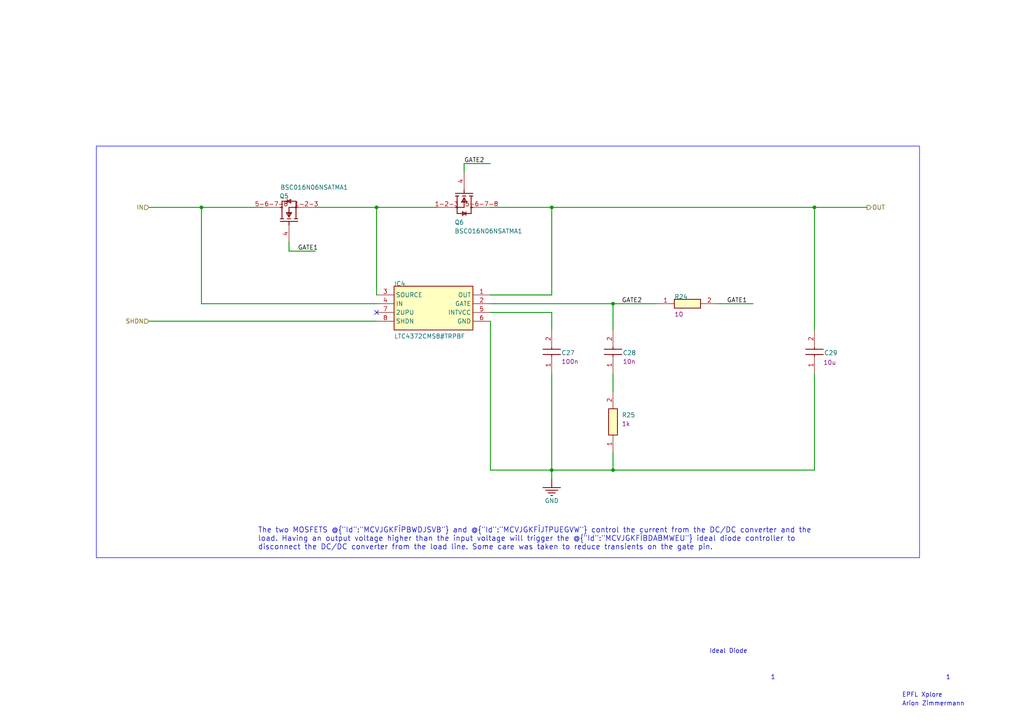
<source format=kicad_sch>
(kicad_sch (version 20230121) (generator eeschema)
  (paper "A4")
  (lib_symbols
    (symbol "Module-altium-import:GND_Style4" (power)
      (property "Reference" "#PWR" (at 0 0 0))
      (property "Value" "GND" (at 0 6.35 0))
      (symbol "GND_Style4_0_0"
        (polyline (pts (xy -2.54 -2.54) (xy 2.54 -2.54)) (stroke (width 0.254)))
        (polyline (pts (xy -1.778 -3.302) (xy 1.778 -3.302)) (stroke (width 0.254)))
        (polyline (pts (xy -1.016 -4.064) (xy 1.016 -4.064)) (stroke (width 0.254)))
        (polyline (pts (xy -0.254 -4.826) (xy 0.254 -4.826)) (stroke (width 0.254)))
        (polyline (pts (xy 0 0) (xy 0 -2.54)) (stroke (width 0.254)))
        (pin power_in line (at 0 0 0) (length 0) hide (name "GND") (number ""))
      )
    )
    (symbol "Module-altium-import:IdealDiode_0_CRCW0603100RFKEBC"
      (symbol "IdealDiode_0_CRCW0603100RFKEBC_1_0"
        (rectangle (start 12.7 1.27) (end 5.08 -1.27) (stroke (width 0.254)) (fill (type background)))
        (pin passive line (at 0 0 0) (length 5.08) (name "1") (number "1"))
        (pin passive line (at 17.78 0 180) (length 5.08) (name "2") (number "2"))
      )
    )
    (symbol "Module-altium-import:IdealDiode_0_LTC4372CMS8#TRPBF"
      (symbol "IdealDiode_0_LTC4372CMS8#TRPBF_1_0"
        (rectangle (start 27.94 2.54) (end 5.08 -10.16) (stroke (width 0.254)) (fill (type background)))
        (pin passive line (at 33.02 0 180) (length 5.08) (name "OUT") (number "1"))
        (pin passive line (at 33.02 -2.54 180) (length 5.08) (name "GATE") (number "2"))
        (pin passive line (at 0 0 0) (length 5.08) (name "SOURCE") (number "3"))
        (pin passive line (at 0 -2.54 0) (length 5.08) (name "IN") (number "4"))
        (pin passive line (at 33.02 -5.08 180) (length 5.08) (name "INTVCC") (number "5"))
        (pin passive line (at 33.02 -7.62 180) (length 5.08) (name "GND") (number "6"))
        (pin passive line (at 0 -5.08 0) (length 5.08) (name "2UPU") (number "7"))
        (pin passive line (at 0 -7.62 0) (length 5.08) (name "SHDN") (number "8"))
      )
    )
    (symbol "Module-altium-import:IdealDiode_1_1b0cff3a23bd3632373e77d40b07099"
      (symbol "IdealDiode_1_1b0cff3a23bd3632373e77d40b07099_1_0"
        (circle (center -2.032 10.16) (radius 0.254) (stroke (width 0.0001)))
        (polyline (pts (xy -2.032 6.858) (xy -2.032 10.16)) (stroke (width 0.254)))
        (polyline (pts (xy -2.032 10.16) (xy -2.54 10.16)) (stroke (width 0.254)))
        (polyline (pts (xy -2.032 11.938) (xy -2.032 10.16)) (stroke (width 0.254)))
        (polyline (pts (xy -1.524 6.858) (xy -2.54 6.858)) (stroke (width 0.254)))
        (polyline (pts (xy -0.762 8.636) (xy 0.762 8.636)) (stroke (width 0.254)))
        (polyline (pts (xy -0.508 6.858) (xy 0.508 6.858)) (stroke (width 0.254)))
        (polyline (pts (xy -0.508 11.938) (xy -0.508 11.43)) (stroke (width 0.254)))
        (polyline (pts (xy -0.508 11.938) (xy -0.508 12.446)) (stroke (width 0.254)))
        (polyline (pts (xy -0.508 11.938) (xy 0.508 11.43)) (stroke (width 0.254)))
        (polyline (pts (xy -0.254 8.382) (xy 0.508 8.382)) (stroke (width 0.254)))
        (polyline (pts (xy 0 6.096) (xy 0 5.08)) (stroke (width 0.254)))
        (polyline (pts (xy 0 7.366) (xy -0.762 8.636)) (stroke (width 0.254)))
        (polyline (pts (xy 0 7.366) (xy 0.762 8.636)) (stroke (width 0.254)))
        (polyline (pts (xy 0 7.62) (xy 0 10.16)) (stroke (width 0.254)))
        (polyline (pts (xy 0 10.16) (xy 2.54 10.16)) (stroke (width 0.254)))
        (polyline (pts (xy 0.508 11.43) (xy 0.508 12.446)) (stroke (width 0.254)))
        (polyline (pts (xy 0.508 12.446) (xy -0.508 11.938)) (stroke (width 0.254)))
        (polyline (pts (xy 1.524 6.858) (xy 2.54 6.858)) (stroke (width 0.254)))
        (polyline (pts (xy 2.032 6.858) (xy 2.032 10.16)) (stroke (width 0.254)))
        (polyline (pts (xy 2.032 10.16) (xy 2.032 11.938)) (stroke (width 0.254)))
        (polyline (pts (xy 2.032 11.938) (xy -2.032 11.938)) (stroke (width 0.254)))
        (polyline (pts (xy 2.54 6.096) (xy -2.54 6.096)) (stroke (width 0.254)))
        (circle (center 2.032 10.16) (radius 0.254) (stroke (width 0.0001)))
        (pin passive line (at 7.62 10.16 180) (length 5.08) (name "S") (number "1-2-3"))
        (pin passive line (at 0 0 90) (length 5.08) (name "G") (number "4"))
        (pin passive line (at -7.62 10.16 0) (length 5.08) (name "D") (number "5-6-7-8"))
      )
    )
    (symbol "Module-altium-import:IdealDiode_1_C0603C104K5RACTU"
      (symbol "IdealDiode_1_C0603C104K5RACTU_1_0"
        (polyline (pts (xy -2.54 5.588) (xy 2.54 5.588)) (stroke (width 0.254)))
        (polyline (pts (xy -2.54 7.112) (xy 2.54 7.112)) (stroke (width 0.254)))
        (polyline (pts (xy 0 5.08) (xy 0 5.588)) (stroke (width 0.254)))
        (polyline (pts (xy 0 7.112) (xy 0 7.62)) (stroke (width 0.254)))
        (pin passive line (at 0 0 90) (length 5.08) (name "1") (number "1"))
        (pin passive line (at 0 12.7 270) (length 5.08) (name "2") (number "2"))
      )
    )
    (symbol "Module-altium-import:IdealDiode_1_C3225X7R2A106K250AC"
      (symbol "IdealDiode_1_C3225X7R2A106K250AC_1_0"
        (polyline (pts (xy -2.54 5.588) (xy 2.54 5.588)) (stroke (width 0.254)))
        (polyline (pts (xy -2.54 7.112) (xy 2.54 7.112)) (stroke (width 0.254)))
        (polyline (pts (xy 0 5.08) (xy 0 5.588)) (stroke (width 0.254)))
        (polyline (pts (xy 0 7.112) (xy 0 7.62)) (stroke (width 0.254)))
        (pin passive line (at 0 0 90) (length 5.08) (name "1") (number "1"))
        (pin passive line (at 0 12.7 270) (length 5.08) (name "2") (number "2"))
      )
    )
    (symbol "Module-altium-import:IdealDiode_1_CRCW0603100RFKEBC"
      (symbol "IdealDiode_1_CRCW0603100RFKEBC_1_0"
        (rectangle (start 1.27 12.7) (end -1.27 5.08) (stroke (width 0.254)) (fill (type background)))
        (pin passive line (at 0 0 90) (length 5.08) (name "1") (number "1"))
        (pin passive line (at 0 17.78 270) (length 5.08) (name "2") (number "2"))
      )
    )
    (symbol "Module-altium-import:IdealDiode_3_1b0cff3a23bd3632373e77d40b07099"
      (symbol "IdealDiode_3_1b0cff3a23bd3632373e77d40b07099_1_0"
        (circle (center -2.032 -10.16) (radius 0.254) (stroke (width 0.0001)))
        (polyline (pts (xy -2.54 -6.096) (xy 2.54 -6.096)) (stroke (width 0.254)))
        (polyline (pts (xy -2.032 -11.938) (xy 2.032 -11.938)) (stroke (width 0.254)))
        (polyline (pts (xy -2.032 -10.16) (xy -2.032 -11.938)) (stroke (width 0.254)))
        (polyline (pts (xy -2.032 -6.858) (xy -2.032 -10.16)) (stroke (width 0.254)))
        (polyline (pts (xy -1.524 -6.858) (xy -2.54 -6.858)) (stroke (width 0.254)))
        (polyline (pts (xy -0.508 -12.446) (xy 0.508 -11.938)) (stroke (width 0.254)))
        (polyline (pts (xy -0.508 -11.43) (xy -0.508 -12.446)) (stroke (width 0.254)))
        (polyline (pts (xy 0 -10.16) (xy -2.54 -10.16)) (stroke (width 0.254)))
        (polyline (pts (xy 0 -7.62) (xy 0 -10.16)) (stroke (width 0.254)))
        (polyline (pts (xy 0 -7.366) (xy -0.762 -8.636)) (stroke (width 0.254)))
        (polyline (pts (xy 0 -7.366) (xy 0.762 -8.636)) (stroke (width 0.254)))
        (polyline (pts (xy 0 -6.096) (xy 0 -5.08)) (stroke (width 0.254)))
        (polyline (pts (xy 0.254 -8.382) (xy -0.508 -8.382)) (stroke (width 0.254)))
        (polyline (pts (xy 0.508 -11.938) (xy -0.508 -11.43)) (stroke (width 0.254)))
        (polyline (pts (xy 0.508 -11.938) (xy 0.508 -12.446)) (stroke (width 0.254)))
        (polyline (pts (xy 0.508 -11.938) (xy 0.508 -11.43)) (stroke (width 0.254)))
        (polyline (pts (xy 0.508 -6.858) (xy -0.508 -6.858)) (stroke (width 0.254)))
        (polyline (pts (xy 0.762 -8.636) (xy -0.762 -8.636)) (stroke (width 0.254)))
        (polyline (pts (xy 1.524 -6.858) (xy 2.54 -6.858)) (stroke (width 0.254)))
        (polyline (pts (xy 2.032 -11.938) (xy 2.032 -10.16)) (stroke (width 0.254)))
        (polyline (pts (xy 2.032 -10.16) (xy 2.54 -10.16)) (stroke (width 0.254)))
        (polyline (pts (xy 2.032 -6.858) (xy 2.032 -10.16)) (stroke (width 0.254)))
        (circle (center 2.032 -10.16) (radius 0.254) (stroke (width 0.0001)))
        (pin passive line (at -7.62 -10.16 0) (length 5.08) (name "S") (number "1-2-3"))
        (pin passive line (at 0 0 270) (length 5.08) (name "G") (number "4"))
        (pin passive line (at 7.62 -10.16 180) (length 5.08) (name "D") (number "5-6-7-8"))
      )
    )
  )
  (junction (at 160.02 136.3472))
  (junction (at 177.8 136.3472))
  (junction (at 109.22 60.1472))
  (junction (at 58.42 60.1472))
  (junction (at 160.02 60.1472))
  (junction (at 236.22 60.1472))
  (junction (at 177.8 88.0872))
  (no_connect (at 109.22 90.6272))
  (wire (pts (xy 160.02 60.1472) (xy 160.02 85.5472)) (stroke (width 0.254)))
  (wire (pts (xy 142.24 90.6272) (xy 160.02 90.6272)) (stroke (width 0.254)))
  (wire (pts (xy 134.62 47.4472) (xy 142.24 47.4472)) (stroke (width 0.254)))
  (wire (pts (xy 127 60.1472) (xy 109.22 60.1472)) (stroke (width 0.254)))
  (wire (pts (xy 177.8 88.0872) (xy 177.8 95.7072)) (stroke (width 0.254)))
  (wire (pts (xy 177.8 88.0872) (xy 190.5 88.0872)) (stroke (width 0.254)))
  (wire (pts (xy 160.02 85.5472) (xy 142.24 85.5472)) (stroke (width 0.254)))
  (wire (pts (xy 83.82 70.3072) (xy 83.82 72.8472)) (stroke (width 0.254)))
  (wire (pts (xy 109.22 85.5472) (xy 109.22 60.1472)) (stroke (width 0.254)))
  (wire (pts (xy 208.28 88.0872) (xy 218.44 88.0872)) (stroke (width 0.254)))
  (wire (pts (xy 58.42 60.1472) (xy 76.2 60.1472)) (stroke (width 0.254)))
  (wire (pts (xy 142.24 136.3472) (xy 142.24 93.1672)) (stroke (width 0.254)))
  (wire (pts (xy 160.02 138.8872) (xy 160.02 136.3472)) (stroke (width 0.254)))
  (wire (pts (xy 160.02 136.3472) (xy 142.24 136.3472)) (stroke (width 0.254)))
  (wire (pts (xy 83.82 72.8472) (xy 91.44 72.8472)) (stroke (width 0.254)))
  (wire (pts (xy 236.22 60.1472) (xy 251.46 60.1472)) (stroke (width 0.254)))
  (wire (pts (xy 236.22 136.3472) (xy 177.8 136.3472)) (stroke (width 0.254)))
  (wire (pts (xy 236.22 108.4072) (xy 236.22 136.3472)) (stroke (width 0.254)))
  (wire (pts (xy 177.8 108.4072) (xy 177.8 113.4872)) (stroke (width 0.254)))
  (wire (pts (xy 109.22 88.0872) (xy 58.42 88.0872)) (stroke (width 0.254)))
  (wire (pts (xy 109.22 60.1472) (xy 91.44 60.1472)) (stroke (width 0.254)))
  (wire (pts (xy 177.8 131.2672) (xy 177.8 136.3472)) (stroke (width 0.254)))
  (wire (pts (xy 43.18 60.1472) (xy 58.42 60.1472)) (stroke (width 0.254)))
  (wire (pts (xy 134.62 49.9872) (xy 134.62 47.4472)) (stroke (width 0.254)))
  (wire (pts (xy 177.8 136.3472) (xy 160.02 136.3472)) (stroke (width 0.254)))
  (wire (pts (xy 160.02 90.6272) (xy 160.02 95.7072)) (stroke (width 0.254)))
  (wire (pts (xy 160.02 108.4072) (xy 160.02 136.3472)) (stroke (width 0.254)))
  (wire (pts (xy 58.42 88.0872) (xy 58.42 60.1472)) (stroke (width 0.254)))
  (wire (pts (xy 142.24 88.0872) (xy 177.8 88.0872)) (stroke (width 0.254)))
  (wire (pts (xy 160.02 60.1472) (xy 236.22 60.1472)) (stroke (width 0.254)))
  (wire (pts (xy 236.22 95.7072) (xy 236.22 60.1472)) (stroke (width 0.254)))
  (wire (pts (xy 142.24 60.1472) (xy 160.02 60.1472)) (stroke (width 0.254)))
  (wire (pts (xy 43.18 93.1672) (xy 109.22 93.1672)) (stroke (width 0.254)))
  (rectangle (start 266.7 42.3672) (end 27.94 161.7472) (stroke (width 0) (color 0 0 255 1)))
  (text_box "The two MOSFETS @{\"Id\":\"MCVJGKF~{I}PBWDJSVB\"} and @{\"Id\":\"MCVJGKF~{I}JTPUEGVW\"} control the current from the DC/DC converter and the load. Having an output voltage higher than the input voltage will trigger the @{\"Id\":\"MCVJGKF~{I}BDABMWEU\"} ideal diode controller to disconnect the DC/DC converter from the load line. Some care was taken to reduce transients on the gate pin." (at 238.76 151.5872 0) (size -165.1 12.7) (stroke (width -0.0001) (color 0 0 0 1)) (effects (font (size 1.524 1.524)) (justify left top)))
  (text "Ideal Diode" (at 205.74 189.6872 0) (effects (font (size 1.27 1.27)) (justify left bottom)))
  (text "EPFL Xplore" (at 261.62 202.3872 0) (effects (font (size 1.27 1.27)) (justify left bottom)))
  (text "Arion Zimmermann" (at 261.62 204.9272 0) (effects (font (size 1.27 1.27)) (justify left bottom)))
  (text "1" (at 274.32 197.3072 0) (effects (font (size 1.27 1.27)) (justify left bottom)))
  (text "1" (at 223.52 197.3072 0) (effects (font (size 1.27 1.27)) (justify left bottom)))
  (label "GATE1" (at 210.82 88.0872 180))
  (label "GATE2" (at 134.62 47.4472 180))
  (label "GATE2" (at 180.34 88.0872 180))
  (label "GATE1" (at 86.36 72.8472 180))
  (hierarchical_label "IN" (shape input) (at 43.18 60.1472 180))
  (hierarchical_label "SHDN" (shape input) (at 43.18 93.1672 180))
  (hierarchical_label "OUT" (shape output) (at 251.46 60.1472 0))
  (symbol (lib_id "Module-altium-import:GND_Style4") (at 160.02 138.8872 0) (unit 1)
    (property "Reference" "#PWR?" (effects hide))
    (property "Value" "GND" (at 160.02 145.2372 0))
  )
  (symbol (lib_id "Module-altium-import:IdealDiode_3_1b0cff3a23bd3632373e77d40b07099") (at 134.62 49.9872 0) (unit 1)
    (property "Reference" "Q6" (at 131.826 65.2272 0) (effects (justify left bottom)))
    (property "Value" "BSC016N06NSATMA1" (at 131.826 67.7672 0) (effects (justify left bottom)))
    (property "Footprint" "FP-PG-TDSON-8-MFG" (effects hide))
    (property "REVERSE RECOVERY CHARGE" "78nC" (effects hide))
    (property "TEMPERATURE RANGE HIGH" "+150°C" (effects hide))
    (property "POWER DISSIPATION" "2.5W" (effects hide))
    (property "LEAD FREE" "Yes" (effects hide))
    (property "TRANSCONDUCTANCE" "140S" (effects hide))
    (property "COMPONENTLINK2URL" "https://www.infineon.com/dgdl/Infineon-BSC016N06NS-DS-v02_01-en.pdf?fileId=db3a3043353fdc160135532b353c483c" (effects hide))
    (property "GATE CHARGE AT VGS" "71nC @ 10V" (effects hide))
    (property "DEVICE CLASS L2" "Transistors" (effects hide))
    (property "TURN ON DELAY TIME" "19ns" (effects hide))
    (property "DRAIN TO SOURCE VOLTAGE" "60V" (effects hide))
    (property "NUMBER OF CHANNELS" "1" (effects hide))
    (property "TYP FORWARD DIODE VOLTAGE" "0.9V" (effects hide))
    (property "COMPONENTLINK2DESCRIPTION" "Datasheet" (effects hide))
    (property "DEPLETION MODE" "False" (effects hide))
    (property "DEVICE CLASS L1" "Discrete Semiconductors" (effects hide))
    (property "MAX FORWARD DIODE VOLTAGE" "1.2V" (effects hide))
    (property "DRAIN TO SOURCE BREAKDOWN VOLTAGE" "60V" (effects hide))
    (property "REVERSE RECOVERY TIME" "61ns" (effects hide))
    (property "MANUFACTURER PART NUMBER" "BSC016N06NSATMA1" (effects hide))
    (property "INPUT CAPACITACE AT VDS" "5200pF @ 30V" (effects hide))
    (property "GATE TO SOURCE VOLTAGE" "20V" (effects hide))
    (property "CONTINUOUS DRAIN CURRENT" "30A" (effects hide))
    (property "PACKAGE" "PG-TDSON-8" (effects hide))
    (property "OCTOPART" "https://octopart.com/bsc016n06nsatma1-infineon-23421881" (effects hide))
    (property "AUTOMOTIVE" "No" (effects hide))
    (property "TEMPERATURE RANGE LOW" "-55°C" (effects hide))
    (property "MANUFACTURER" "Infineon" (effects hide))
    (property "FOOTPRINT URL" "https://www.infineon.com/cms/en/product/packages/PG-TDSON/PG-TDSON-8-17/" (effects hide))
    (property "ROHS" "TRUE" (effects hide))
    (property "NUMBER OF N CHANNELS" "1" (effects hide))
    (property "THRESHOLD VGS MIN" "2.1V" (effects hide))
    (property "DRAIN TO SOURCE RESISTANCE" "1.4mΩ" (effects hide))
    (property "TURN OFF DELAY TIME" "35ns" (effects hide))
    (property "TEMPERATURE" "-55°C to +150°C" (effects hide))
    (property "HEIGHT" "1.1mm" (effects hide))
    (property "THRESHOLD VGS MAX" "3.3V" (effects hide))
    (property "PULSE DRAIN CURRENT" "400A" (effects hide))
    (property "RTHJA MAX" "50K/W" (effects hide))
    (property "DEVICE CLASS L3" "MOSFETs" (effects hide))
    (property "CATEGORY" "Trans" (effects hide))
    (property "DIGIKEY DESCRIPTION" "MOSFET N-CH 60V 30A TDSON-8" (effects hide))
    (property "MAX JUNCTION TEMP" "+150°C" (effects hide))
  )
  (symbol (lib_id "Module-altium-import:IdealDiode_1_CRCW0603100RFKEBC") (at 177.8 131.2672 0) (unit 1)
    (property "Reference" "R25" (at 180.34 121.1072 0) (effects (justify left bottom)))
    (property "Value" "CRCW06031K00FKECC" (effects hide))
    (property "Footprint" "RESC1608X55N" (effects hide))
    (property "DATASHEET LINK" "https://www.vishay.com/docs/28773/crcwce3.pdf" (effects hide))
    (property "HEIGHT" "0.55mm" (effects hide))
    (property "MANUFACTURER_NAME" "Vishay" (effects hide))
    (property "MANUFACTURER_PART_NUMBER" "CRCW0603100RFKEBC" (effects hide))
    (property "MOUSER PART NUMBER" "71-CRCW0603100RFKEBC" (effects hide))
    (property "MOUSER PRICE/STOCK" "https://www.mouser.co.uk/ProductDetail/Vishay-Dale/CRCW0603100RFKEBC?qs=wd5RIQLrsJhdvQFtBw4oWg%3D%3D" (effects hide))
    (property "ARROW PART NUMBER" "CRCW0603100RFKEBC" (effects hide))
    (property "ARROW PRICE/STOCK" "https://www.arrow.com/en/products/crcw0603100rfkebc/vishay?region=nac" (effects hide))
    (property "ALTIUM_VALUE" "1k" (at 180.34 123.6472 0) (effects (justify left bottom)))
  )
  (symbol (lib_id "Module-altium-import:IdealDiode_1_C3225X7R2A106K250AC") (at 236.22 108.4072 0) (unit 1)
    (property "Reference" "C29" (at 239.014 103.0732 0) (effects (justify left bottom)))
    (property "Value" "C3225X7R2A106K250AC" (effects hide))
    (property "Footprint" "CAPC3225X230N" (effects hide))
    (property "DATASHEET LINK" "https://product.tdk.com/info/en/catalog/datasheets/mlcc_commercial_midvoltage_en.pdf" (effects hide))
    (property "HEIGHT" "2.3mm" (effects hide))
    (property "MANUFACTURER_NAME" "TDK" (effects hide))
    (property "MANUFACTURER_PART_NUMBER" "C3225X7R2A106K250AC" (effects hide))
    (property "MOUSER PART NUMBER" "810-C3225X7R2A106K25" (effects hide))
    (property "MOUSER PRICE/STOCK" "https://www.mouser.co.uk/ProductDetail/TDK/C3225X7R2A106K250AC?qs=rSMjJ%252B1ewcQNu1nTZev8UA%3D%3D" (effects hide))
    (property "ALTIUM_VALUE" "10u" (at 238.76 105.8672 0) (effects (justify left bottom)))
  )
  (symbol (lib_id "Module-altium-import:IdealDiode_1_C0603C104K5RACTU") (at 177.8 108.4072 0) (unit 1)
    (property "Reference" "C28" (at 180.594 103.0732 0) (effects (justify left bottom)))
    (property "Value" "C0603C103K5RACTU" (effects hide))
    (property "Footprint" "CAPC1608X95N" (effects hide))
    (property "DATASHEET LINK" "http://www.farnell.com/datasheets/2205446.pdf" (effects hide))
    (property "HEIGHT" "0.95mm" (effects hide))
    (property "MANUFACTURER_NAME" "Kemet" (effects hide))
    (property "MANUFACTURER_PART_NUMBER" "C0603C104K5RACTU" (effects hide))
    (property "MOUSER PART NUMBER" "80-C0603C104K5R" (effects hide))
    (property "MOUSER PRICE/STOCK" "https://www.mouser.co.uk/ProductDetail/KEMET/C0603C104K5RACTU?qs=l5k%252BbMnNDkkVcnZPSAaaiQ%3D%3D" (effects hide))
    (property "ARROW PART NUMBER" "C0603C104K5RACTU" (effects hide))
    (property "ARROW PRICE/STOCK" "https://www.arrow.com/en/products/c0603c104k5ractu/kemet-corporation" (effects hide))
    (property "ALTIUM_VALUE" "10n" (at 180.594 105.6132 0) (effects (justify left bottom)))
    (property "SUPPLIER 1" "Mouser" (effects hide))
    (property "SUPPLIER PART NUMBER 1" "80-C0603C104K5R" (effects hide))
  )
  (symbol (lib_id "Module-altium-import:IdealDiode_0_CRCW0603100RFKEBC") (at 190.5 88.0872 0) (unit 1)
    (property "Reference" "R24" (at 195.58 86.8172 0) (effects (justify left bottom)))
    (property "Value" "CRCW060310R0JNEAC" (effects hide))
    (property "Footprint" "RESC1608X55N" (effects hide))
    (property "DATASHEET LINK" "https://www.vishay.com/docs/28773/crcwce3.pdf" (effects hide))
    (property "HEIGHT" "0.55mm" (effects hide))
    (property "MANUFACTURER_NAME" "Vishay" (effects hide))
    (property "MANUFACTURER_PART_NUMBER" "CRCW0603100RFKEBC" (effects hide))
    (property "MOUSER PART NUMBER" "71-CRCW0603100RFKEBC" (effects hide))
    (property "MOUSER PRICE/STOCK" "https://www.mouser.co.uk/ProductDetail/Vishay-Dale/CRCW0603100RFKEBC?qs=wd5RIQLrsJhdvQFtBw4oWg%3D%3D" (effects hide))
    (property "ARROW PART NUMBER" "CRCW0603100RFKEBC" (effects hide))
    (property "ARROW PRICE/STOCK" "https://www.arrow.com/en/products/crcw0603100rfkebc/vishay?region=nac" (effects hide))
    (property "ALTIUM_VALUE" "10" (at 195.58 91.8972 0) (effects (justify left bottom)))
  )
  (symbol (lib_id "Module-altium-import:IdealDiode_1_1b0cff3a23bd3632373e77d40b07099") (at 83.82 70.3072 0) (unit 1)
    (property "Reference" "Q5" (at 81.026 57.6072 0) (effects (justify left bottom)))
    (property "Value" "BSC016N06NSATMA1" (at 81.28 55.0672 0) (effects (justify left bottom)))
    (property "Footprint" "FP-PG-TDSON-8-MFG" (effects hide))
    (property "REVERSE RECOVERY CHARGE" "78nC" (effects hide))
    (property "TEMPERATURE RANGE HIGH" "+150°C" (effects hide))
    (property "POWER DISSIPATION" "2.5W" (effects hide))
    (property "LEAD FREE" "Yes" (effects hide))
    (property "TRANSCONDUCTANCE" "140S" (effects hide))
    (property "COMPONENTLINK2URL" "https://www.infineon.com/dgdl/Infineon-BSC016N06NS-DS-v02_01-en.pdf?fileId=db3a3043353fdc160135532b353c483c" (effects hide))
    (property "GATE CHARGE AT VGS" "71nC @ 10V" (effects hide))
    (property "DEVICE CLASS L2" "Transistors" (effects hide))
    (property "TURN ON DELAY TIME" "19ns" (effects hide))
    (property "DRAIN TO SOURCE VOLTAGE" "60V" (effects hide))
    (property "NUMBER OF CHANNELS" "1" (effects hide))
    (property "TYP FORWARD DIODE VOLTAGE" "0.9V" (effects hide))
    (property "COMPONENTLINK2DESCRIPTION" "Datasheet" (effects hide))
    (property "DEPLETION MODE" "False" (effects hide))
    (property "DEVICE CLASS L1" "Discrete Semiconductors" (effects hide))
    (property "MAX FORWARD DIODE VOLTAGE" "1.2V" (effects hide))
    (property "DRAIN TO SOURCE BREAKDOWN VOLTAGE" "60V" (effects hide))
    (property "REVERSE RECOVERY TIME" "61ns" (effects hide))
    (property "MANUFACTURER PART NUMBER" "BSC016N06NSATMA1" (effects hide))
    (property "INPUT CAPACITACE AT VDS" "5200pF @ 30V" (effects hide))
    (property "GATE TO SOURCE VOLTAGE" "20V" (effects hide))
    (property "CONTINUOUS DRAIN CURRENT" "30A" (effects hide))
    (property "PACKAGE" "PG-TDSON-8" (effects hide))
    (property "OCTOPART" "https://octopart.com/bsc016n06nsatma1-infineon-23421881" (effects hide))
    (property "AUTOMOTIVE" "No" (effects hide))
    (property "TEMPERATURE RANGE LOW" "-55°C" (effects hide))
    (property "MANUFACTURER" "Infineon" (effects hide))
    (property "FOOTPRINT URL" "https://www.infineon.com/cms/en/product/packages/PG-TDSON/PG-TDSON-8-17/" (effects hide))
    (property "ROHS" "TRUE" (effects hide))
    (property "NUMBER OF N CHANNELS" "1" (effects hide))
    (property "THRESHOLD VGS MIN" "2.1V" (effects hide))
    (property "DRAIN TO SOURCE RESISTANCE" "1.4mΩ" (effects hide))
    (property "TURN OFF DELAY TIME" "35ns" (effects hide))
    (property "TEMPERATURE" "-55°C to +150°C" (effects hide))
    (property "HEIGHT" "1.1mm" (effects hide))
    (property "THRESHOLD VGS MAX" "3.3V" (effects hide))
    (property "PULSE DRAIN CURRENT" "400A" (effects hide))
    (property "RTHJA MAX" "50K/W" (effects hide))
    (property "DEVICE CLASS L3" "MOSFETs" (effects hide))
    (property "CATEGORY" "Trans" (effects hide))
    (property "DIGIKEY DESCRIPTION" "MOSFET N-CH 60V 30A TDSON-8" (effects hide))
    (property "MAX JUNCTION TEMP" "+150°C" (effects hide))
  )
  (symbol (lib_id "Module-altium-import:IdealDiode_1_C0603C104K5RACTU") (at 160.02 108.4072 0) (unit 1)
    (property "Reference" "C27" (at 162.814 103.0732 0) (effects (justify left bottom)))
    (property "Value" "C0603C104K5RACTU" (effects hide))
    (property "Footprint" "CAPC1608X95N" (effects hide))
    (property "DATASHEET LINK" "http://www.farnell.com/datasheets/2205446.pdf" (effects hide))
    (property "HEIGHT" "0.95mm" (effects hide))
    (property "MANUFACTURER_NAME" "Kemet" (effects hide))
    (property "MANUFACTURER_PART_NUMBER" "C0603C104K5RACTU" (effects hide))
    (property "MOUSER PART NUMBER" "80-C0603C104K5R" (effects hide))
    (property "MOUSER PRICE/STOCK" "https://www.mouser.co.uk/ProductDetail/KEMET/C0603C104K5RACTU?qs=l5k%252BbMnNDkkVcnZPSAaaiQ%3D%3D" (effects hide))
    (property "ARROW PART NUMBER" "C0603C104K5RACTU" (effects hide))
    (property "ARROW PRICE/STOCK" "https://www.arrow.com/en/products/c0603c104k5ractu/kemet-corporation" (effects hide))
    (property "ALTIUM_VALUE" "100n" (at 162.814 105.6132 0) (effects (justify left bottom)))
    (property "SUPPLIER 1" "Mouser" (effects hide))
    (property "SUPPLIER PART NUMBER 1" "80-C0603C104K5R" (effects hide))
  )
  (symbol (lib_id "Module-altium-import:IdealDiode_0_LTC4372CMS8#TRPBF") (at 109.22 85.5472 0) (unit 1)
    (property "Reference" "IC4" (at 114.3 83.0072 0) (effects (justify left bottom)))
    (property "Value" "LTC4372CMS8#TRPBF" (at 114.3 98.2472 0) (effects (justify left bottom)))
    (property "Footprint" "SOP65P490X110-8N" (effects hide))
    (property "DATASHEET LINK" "https://www.arrow.com/en/products/ltc4372cms8trpbf/analog-devices" (effects hide))
    (property "HEIGHT" "1.1mm" (effects hide))
    (property "MANUFACTURER_NAME" "Analog Devices" (effects hide))
    (property "MANUFACTURER_PART_NUMBER" "LTC4372CMS8#TRPBF" (effects hide))
    (property "MOUSER PART NUMBER" "584-LTC4372CMS8TRPBF" (effects hide))
    (property "MOUSER PRICE/STOCK" "https://www.mouser.co.uk/ProductDetail/Analog-Devices/LTC4372CMS8TRPBF?qs=T94vaHKWudSmRk6S7wUTVw%3D%3D" (effects hide))
    (property "ARROW PART NUMBER" "LTC4372CMS8#TRPBF" (effects hide))
    (property "ARROW PRICE/STOCK" "https://www.arrow.com/en/products/ltc4372cms8trpbf/analog-devices" (effects hide))
    (property "SUPPLIER 1" "Mouser" (effects hide))
    (property "SUPPLIER PART NUMBER 1" "584-LTC4372CMS8TRPBF" (effects hide))
  )
)
</source>
